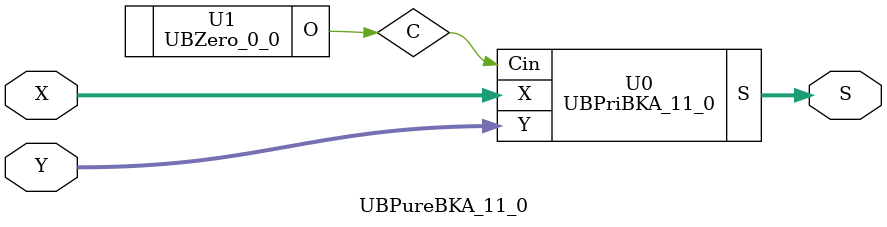
<source format=v>
/*----------------------------------------------------------------------------
  Copyright (c) 2021 Homma laboratory. All rights reserved.

  Top module: UBBKA_7_0_11_0

  Operand-1 length: 8
  Operand-2 length: 12
  Two-operand addition algorithm: Brent-Kung adder
----------------------------------------------------------------------------*/

module UB1DCON_0(O, I);
  output O;
  input I;
  assign O = I;
endmodule

module UB1DCON_1(O, I);
  output O;
  input I;
  assign O = I;
endmodule

module UB1DCON_2(O, I);
  output O;
  input I;
  assign O = I;
endmodule

module UB1DCON_3(O, I);
  output O;
  input I;
  assign O = I;
endmodule

module UB1DCON_4(O, I);
  output O;
  input I;
  assign O = I;
endmodule

module UB1DCON_5(O, I);
  output O;
  input I;
  assign O = I;
endmodule

module UB1DCON_6(O, I);
  output O;
  input I;
  assign O = I;
endmodule

module UB1DCON_7(O, I);
  output O;
  input I;
  assign O = I;
endmodule

module UBZero_11_8(O);
  output [11:8] O;
  assign O[8] = 0;
  assign O[9] = 0;
  assign O[10] = 0;
  assign O[11] = 0;
endmodule

module GPGenerator(Go, Po, A, B);
  output Go;
  output Po;
  input A;
  input B;
  assign Go = A & B;
  assign Po = A ^ B;
endmodule

module CarryOperator(Go, Po, Gi1, Pi1, Gi2, Pi2);
  output Go;
  output Po;
  input Gi1;
  input Gi2;
  input Pi1;
  input Pi2;
  assign Go = Gi1 | ( Gi2 & Pi1 );
  assign Po = Pi1 & Pi2;
endmodule

module UBPriBKA_11_0(S, X, Y, Cin);
  output [12:0] S;
  input Cin;
  input [11:0] X;
  input [11:0] Y;
  wire [11:0] G0;
  wire [11:0] G1;
  wire [11:0] G2;
  wire [11:0] G3;
  wire [11:0] G4;
  wire [11:0] G5;
  wire [11:0] G6;
  wire [11:0] P0;
  wire [11:0] P1;
  wire [11:0] P2;
  wire [11:0] P3;
  wire [11:0] P4;
  wire [11:0] P5;
  wire [11:0] P6;
  assign P1[0] = P0[0];
  assign G1[0] = G0[0];
  assign P1[2] = P0[2];
  assign G1[2] = G0[2];
  assign P1[4] = P0[4];
  assign G1[4] = G0[4];
  assign P1[6] = P0[6];
  assign G1[6] = G0[6];
  assign P1[8] = P0[8];
  assign G1[8] = G0[8];
  assign P1[10] = P0[10];
  assign G1[10] = G0[10];
  assign P2[0] = P1[0];
  assign G2[0] = G1[0];
  assign P2[1] = P1[1];
  assign G2[1] = G1[1];
  assign P2[2] = P1[2];
  assign G2[2] = G1[2];
  assign P2[4] = P1[4];
  assign G2[4] = G1[4];
  assign P2[5] = P1[5];
  assign G2[5] = G1[5];
  assign P2[6] = P1[6];
  assign G2[6] = G1[6];
  assign P2[8] = P1[8];
  assign G2[8] = G1[8];
  assign P2[9] = P1[9];
  assign G2[9] = G1[9];
  assign P2[10] = P1[10];
  assign G2[10] = G1[10];
  assign P3[0] = P2[0];
  assign G3[0] = G2[0];
  assign P3[1] = P2[1];
  assign G3[1] = G2[1];
  assign P3[2] = P2[2];
  assign G3[2] = G2[2];
  assign P3[3] = P2[3];
  assign G3[3] = G2[3];
  assign P3[4] = P2[4];
  assign G3[4] = G2[4];
  assign P3[5] = P2[5];
  assign G3[5] = G2[5];
  assign P3[6] = P2[6];
  assign G3[6] = G2[6];
  assign P3[8] = P2[8];
  assign G3[8] = G2[8];
  assign P3[9] = P2[9];
  assign G3[9] = G2[9];
  assign P3[10] = P2[10];
  assign G3[10] = G2[10];
  assign P3[11] = P2[11];
  assign G3[11] = G2[11];
  assign P4[0] = P3[0];
  assign G4[0] = G3[0];
  assign P4[1] = P3[1];
  assign G4[1] = G3[1];
  assign P4[2] = P3[2];
  assign G4[2] = G3[2];
  assign P4[3] = P3[3];
  assign G4[3] = G3[3];
  assign P4[4] = P3[4];
  assign G4[4] = G3[4];
  assign P4[5] = P3[5];
  assign G4[5] = G3[5];
  assign P4[6] = P3[6];
  assign G4[6] = G3[6];
  assign P4[7] = P3[7];
  assign G4[7] = G3[7];
  assign P4[8] = P3[8];
  assign G4[8] = G3[8];
  assign P4[9] = P3[9];
  assign G4[9] = G3[9];
  assign P4[10] = P3[10];
  assign G4[10] = G3[10];
  assign P5[0] = P4[0];
  assign G5[0] = G4[0];
  assign P5[1] = P4[1];
  assign G5[1] = G4[1];
  assign P5[2] = P4[2];
  assign G5[2] = G4[2];
  assign P5[3] = P4[3];
  assign G5[3] = G4[3];
  assign P5[4] = P4[4];
  assign G5[4] = G4[4];
  assign P5[6] = P4[6];
  assign G5[6] = G4[6];
  assign P5[7] = P4[7];
  assign G5[7] = G4[7];
  assign P5[8] = P4[8];
  assign G5[8] = G4[8];
  assign P5[10] = P4[10];
  assign G5[10] = G4[10];
  assign P5[11] = P4[11];
  assign G5[11] = G4[11];
  assign P6[0] = P5[0];
  assign G6[0] = G5[0];
  assign P6[1] = P5[1];
  assign G6[1] = G5[1];
  assign P6[3] = P5[3];
  assign G6[3] = G5[3];
  assign P6[5] = P5[5];
  assign G6[5] = G5[5];
  assign P6[7] = P5[7];
  assign G6[7] = G5[7];
  assign P6[9] = P5[9];
  assign G6[9] = G5[9];
  assign P6[11] = P5[11];
  assign G6[11] = G5[11];
  assign S[0] = Cin ^ P0[0];
  assign S[1] = ( G6[0] | ( P6[0] & Cin ) ) ^ P0[1];
  assign S[2] = ( G6[1] | ( P6[1] & Cin ) ) ^ P0[2];
  assign S[3] = ( G6[2] | ( P6[2] & Cin ) ) ^ P0[3];
  assign S[4] = ( G6[3] | ( P6[3] & Cin ) ) ^ P0[4];
  assign S[5] = ( G6[4] | ( P6[4] & Cin ) ) ^ P0[5];
  assign S[6] = ( G6[5] | ( P6[5] & Cin ) ) ^ P0[6];
  assign S[7] = ( G6[6] | ( P6[6] & Cin ) ) ^ P0[7];
  assign S[8] = ( G6[7] | ( P6[7] & Cin ) ) ^ P0[8];
  assign S[9] = ( G6[8] | ( P6[8] & Cin ) ) ^ P0[9];
  assign S[10] = ( G6[9] | ( P6[9] & Cin ) ) ^ P0[10];
  assign S[11] = ( G6[10] | ( P6[10] & Cin ) ) ^ P0[11];
  assign S[12] = G6[11] | ( P6[11] & Cin );
  GPGenerator U0 (G0[0], P0[0], X[0], Y[0]);
  GPGenerator U1 (G0[1], P0[1], X[1], Y[1]);
  GPGenerator U2 (G0[2], P0[2], X[2], Y[2]);
  GPGenerator U3 (G0[3], P0[3], X[3], Y[3]);
  GPGenerator U4 (G0[4], P0[4], X[4], Y[4]);
  GPGenerator U5 (G0[5], P0[5], X[5], Y[5]);
  GPGenerator U6 (G0[6], P0[6], X[6], Y[6]);
  GPGenerator U7 (G0[7], P0[7], X[7], Y[7]);
  GPGenerator U8 (G0[8], P0[8], X[8], Y[8]);
  GPGenerator U9 (G0[9], P0[9], X[9], Y[9]);
  GPGenerator U10 (G0[10], P0[10], X[10], Y[10]);
  GPGenerator U11 (G0[11], P0[11], X[11], Y[11]);
  CarryOperator U12 (G1[1], P1[1], G0[1], P0[1], G0[0], P0[0]);
  CarryOperator U13 (G1[3], P1[3], G0[3], P0[3], G0[2], P0[2]);
  CarryOperator U14 (G1[5], P1[5], G0[5], P0[5], G0[4], P0[4]);
  CarryOperator U15 (G1[7], P1[7], G0[7], P0[7], G0[6], P0[6]);
  CarryOperator U16 (G1[9], P1[9], G0[9], P0[9], G0[8], P0[8]);
  CarryOperator U17 (G1[11], P1[11], G0[11], P0[11], G0[10], P0[10]);
  CarryOperator U18 (G2[3], P2[3], G1[3], P1[3], G1[1], P1[1]);
  CarryOperator U19 (G2[7], P2[7], G1[7], P1[7], G1[5], P1[5]);
  CarryOperator U20 (G2[11], P2[11], G1[11], P1[11], G1[9], P1[9]);
  CarryOperator U21 (G3[7], P3[7], G2[7], P2[7], G2[3], P2[3]);
  CarryOperator U22 (G4[11], P4[11], G3[11], P3[11], G3[7], P3[7]);
  CarryOperator U23 (G5[5], P5[5], G4[5], P4[5], G4[3], P4[3]);
  CarryOperator U24 (G5[9], P5[9], G4[9], P4[9], G4[7], P4[7]);
  CarryOperator U25 (G6[2], P6[2], G5[2], P5[2], G5[1], P5[1]);
  CarryOperator U26 (G6[4], P6[4], G5[4], P5[4], G5[3], P5[3]);
  CarryOperator U27 (G6[6], P6[6], G5[6], P5[6], G5[5], P5[5]);
  CarryOperator U28 (G6[8], P6[8], G5[8], P5[8], G5[7], P5[7]);
  CarryOperator U29 (G6[10], P6[10], G5[10], P5[10], G5[9], P5[9]);
endmodule

module UBZero_0_0(O);
  output [0:0] O;
  assign O[0] = 0;
endmodule

module UBBKA_7_0_11_0 (S, X, Y);
  output [12:0] S;
  input [7:0] X;
  input [11:0] Y;
  wire [11:0] Z;
  UBExtender_7_0_11000 U0 (Z[11:0], X[7:0]);
  UBPureBKA_11_0 U1 (S[12:0], Z[11:0], Y[11:0]);
endmodule

module UBCON_7_0 (O, I);
  output [7:0] O;
  input [7:0] I;
  UB1DCON_0 U0 (O[0], I[0]);
  UB1DCON_1 U1 (O[1], I[1]);
  UB1DCON_2 U2 (O[2], I[2]);
  UB1DCON_3 U3 (O[3], I[3]);
  UB1DCON_4 U4 (O[4], I[4]);
  UB1DCON_5 U5 (O[5], I[5]);
  UB1DCON_6 U6 (O[6], I[6]);
  UB1DCON_7 U7 (O[7], I[7]);
endmodule

module UBExtender_7_0_11000 (O, I);
  output [11:0] O;
  input [7:0] I;
  UBCON_7_0 U0 (O[7:0], I[7:0]);
  UBZero_11_8 U1 (O[11:8]);
endmodule

module UBPureBKA_11_0 (S, X, Y);
  output [12:0] S;
  input [11:0] X;
  input [11:0] Y;
  wire C;
  UBPriBKA_11_0 U0 (S, X, Y, C);
  UBZero_0_0 U1 (C);
endmodule


</source>
